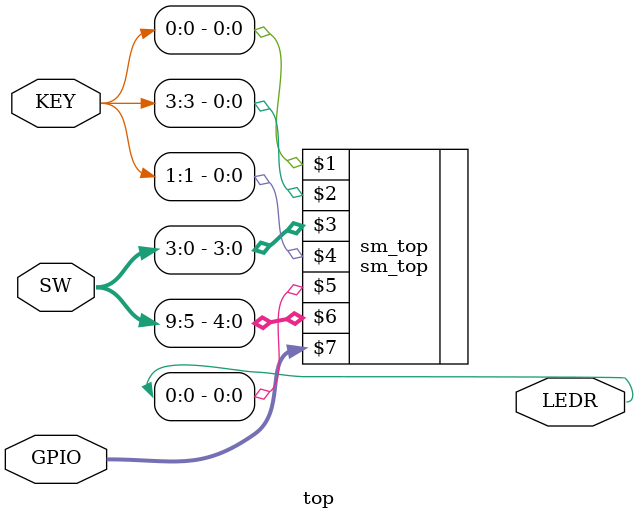
<source format=v>

module top (SW, KEY, LEDR, GPIO);

	 input wire [9:0] SW;        // DE-series switches
    input wire [3:0] KEY;       // DE-series pushbuttons
	 inout wire [31:0] GPIO;
	 output wire [9:0] LEDR;     // DE-series LEDs   

    sm_top sm_top (KEY[0], KEY[3], SW[3:0], KEY[1], LEDR[0], SW[9:5], GPIO[31:0]);

endmodule


</source>
